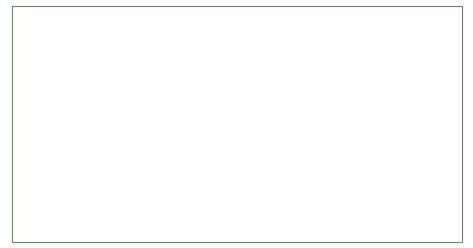
<source format=gm1>
G04 #@! TF.GenerationSoftware,KiCad,Pcbnew,5.1.5+dfsg1-2build2*
G04 #@! TF.CreationDate,2023-02-26T20:32:14+01:00*
G04 #@! TF.ProjectId,EcoApi_BeeHiveSensor,45636f41-7069-45f4-9265-654869766553,rev?*
G04 #@! TF.SameCoordinates,Original*
G04 #@! TF.FileFunction,Profile,NP*
%FSLAX46Y46*%
G04 Gerber Fmt 4.6, Leading zero omitted, Abs format (unit mm)*
G04 Created by KiCad (PCBNEW 5.1.5+dfsg1-2build2) date 2023-02-26 20:32:14*
%MOMM*%
%LPD*%
G04 APERTURE LIST*
%ADD10C,0.050000*%
G04 APERTURE END LIST*
D10*
X150300000Y-100020000D02*
X150300000Y-80020000D01*
X188400000Y-100020000D02*
X150300000Y-100020000D01*
X188400000Y-80020000D02*
X188400000Y-100020000D01*
X150300000Y-80020000D02*
X188400000Y-80020000D01*
M02*

</source>
